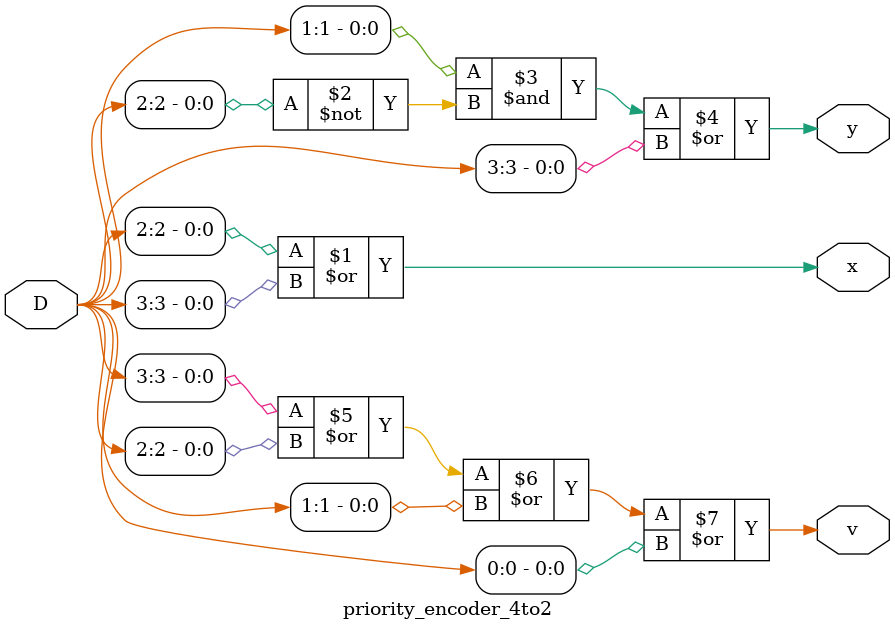
<source format=v>
`timescale 1ns / 1ps


module priority_encoder_4to2(D, x, y, v);

input [3:0] D;

output x, y, v;

wire x, y, v;

assign x = D[2]|D[3];
assign y = D[1]&(~D[2])|D[3];
assign v = D[3]|D[2]|D[1]|D[0];

endmodule
</source>
